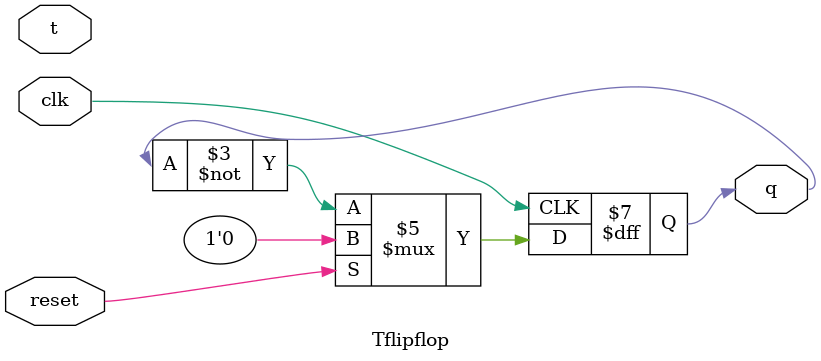
<source format=v>
`timescale 1ns / 1ps
module Tflipflop(t,clk,reset,q
    );
input t,clk,reset;
output q;
reg q;
always@(posedge clk)
begin
if(reset==1)
q=0;
else
q=~q;
end
endmodule

</source>
